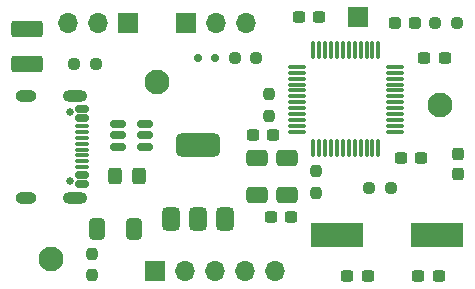
<source format=gts>
G04 #@! TF.GenerationSoftware,KiCad,Pcbnew,8.0.3-8.0.3-0~ubuntu22.04.1*
G04 #@! TF.CreationDate,2025-02-10T22:12:33+01:00*
G04 #@! TF.ProjectId,garland_controller,6761726c-616e-4645-9f63-6f6e74726f6c,0.1*
G04 #@! TF.SameCoordinates,Original*
G04 #@! TF.FileFunction,Soldermask,Top*
G04 #@! TF.FilePolarity,Negative*
%FSLAX46Y46*%
G04 Gerber Fmt 4.6, Leading zero omitted, Abs format (unit mm)*
G04 Created by KiCad (PCBNEW 8.0.3-8.0.3-0~ubuntu22.04.1) date 2025-02-10 22:12:33*
%MOMM*%
%LPD*%
G01*
G04 APERTURE LIST*
G04 Aperture macros list*
%AMRoundRect*
0 Rectangle with rounded corners*
0 $1 Rounding radius*
0 $2 $3 $4 $5 $6 $7 $8 $9 X,Y pos of 4 corners*
0 Add a 4 corners polygon primitive as box body*
4,1,4,$2,$3,$4,$5,$6,$7,$8,$9,$2,$3,0*
0 Add four circle primitives for the rounded corners*
1,1,$1+$1,$2,$3*
1,1,$1+$1,$4,$5*
1,1,$1+$1,$6,$7*
1,1,$1+$1,$8,$9*
0 Add four rect primitives between the rounded corners*
20,1,$1+$1,$2,$3,$4,$5,0*
20,1,$1+$1,$4,$5,$6,$7,0*
20,1,$1+$1,$6,$7,$8,$9,0*
20,1,$1+$1,$8,$9,$2,$3,0*%
G04 Aperture macros list end*
%ADD10RoundRect,0.237500X0.237500X-0.250000X0.237500X0.250000X-0.237500X0.250000X-0.237500X-0.250000X0*%
%ADD11R,1.700000X1.700000*%
%ADD12O,1.700000X1.700000*%
%ADD13RoundRect,0.237500X0.287500X0.237500X-0.287500X0.237500X-0.287500X-0.237500X0.287500X-0.237500X0*%
%ADD14RoundRect,0.237500X-0.300000X-0.237500X0.300000X-0.237500X0.300000X0.237500X-0.300000X0.237500X0*%
%ADD15RoundRect,0.250000X-0.650000X0.412500X-0.650000X-0.412500X0.650000X-0.412500X0.650000X0.412500X0*%
%ADD16C,2.100000*%
%ADD17RoundRect,0.250001X1.074999X-0.462499X1.074999X0.462499X-1.074999X0.462499X-1.074999X-0.462499X0*%
%ADD18RoundRect,0.237500X0.250000X0.237500X-0.250000X0.237500X-0.250000X-0.237500X0.250000X-0.237500X0*%
%ADD19RoundRect,0.237500X0.300000X0.237500X-0.300000X0.237500X-0.300000X-0.237500X0.300000X-0.237500X0*%
%ADD20RoundRect,0.150000X-0.512500X-0.150000X0.512500X-0.150000X0.512500X0.150000X-0.512500X0.150000X0*%
%ADD21RoundRect,0.237500X-0.250000X-0.237500X0.250000X-0.237500X0.250000X0.237500X-0.250000X0.237500X0*%
%ADD22RoundRect,0.237500X-0.237500X0.250000X-0.237500X-0.250000X0.237500X-0.250000X0.237500X0.250000X0*%
%ADD23RoundRect,0.375000X0.375000X-0.625000X0.375000X0.625000X-0.375000X0.625000X-0.375000X-0.625000X0*%
%ADD24RoundRect,0.500000X1.400000X-0.500000X1.400000X0.500000X-1.400000X0.500000X-1.400000X-0.500000X0*%
%ADD25RoundRect,0.237500X0.237500X-0.300000X0.237500X0.300000X-0.237500X0.300000X-0.237500X-0.300000X0*%
%ADD26RoundRect,0.075000X0.075000X-0.662500X0.075000X0.662500X-0.075000X0.662500X-0.075000X-0.662500X0*%
%ADD27RoundRect,0.075000X0.662500X-0.075000X0.662500X0.075000X-0.662500X0.075000X-0.662500X-0.075000X0*%
%ADD28RoundRect,0.250000X0.412500X0.650000X-0.412500X0.650000X-0.412500X-0.650000X0.412500X-0.650000X0*%
%ADD29C,0.650000*%
%ADD30RoundRect,0.150000X-0.425000X0.150000X-0.425000X-0.150000X0.425000X-0.150000X0.425000X0.150000X0*%
%ADD31RoundRect,0.075000X-0.500000X0.075000X-0.500000X-0.075000X0.500000X-0.075000X0.500000X0.075000X0*%
%ADD32O,2.100000X1.000000*%
%ADD33O,1.800000X1.000000*%
%ADD34R,4.500000X2.000000*%
%ADD35RoundRect,0.250000X-0.325000X-0.450000X0.325000X-0.450000X0.325000X0.450000X-0.325000X0.450000X0*%
%ADD36RoundRect,0.150000X-0.150000X-0.200000X0.150000X-0.200000X0.150000X0.200000X-0.150000X0.200000X0*%
G04 APERTURE END LIST*
D10*
X122500000Y-64912500D03*
X122500000Y-63087500D03*
D11*
X110540000Y-57000000D03*
D12*
X108000000Y-57000000D03*
X105460000Y-57000000D03*
D11*
X112840000Y-78000000D03*
D12*
X115380000Y-78000000D03*
X117920000Y-78000000D03*
X120460000Y-78000000D03*
X123000000Y-78000000D03*
D11*
X115460000Y-57000000D03*
D12*
X118000000Y-57000000D03*
X120540000Y-57000000D03*
D13*
X134875000Y-57000000D03*
X133125000Y-57000000D03*
D14*
X125000000Y-56500000D03*
X126725000Y-56500000D03*
D15*
X124000000Y-68437500D03*
X124000000Y-71562500D03*
D16*
X113000000Y-62000000D03*
D17*
X102000000Y-60487500D03*
X102000000Y-57512500D03*
D18*
X107825000Y-60500000D03*
X106000000Y-60500000D03*
D19*
X136862500Y-78500000D03*
X135137500Y-78500000D03*
D20*
X109725000Y-65600000D03*
X109725000Y-66550000D03*
X109725000Y-67500000D03*
X112000000Y-67500000D03*
X112000000Y-66550000D03*
X112000000Y-65600000D03*
D21*
X131000000Y-71000000D03*
X132825000Y-71000000D03*
D22*
X126500000Y-69587500D03*
X126500000Y-71412500D03*
D14*
X129137500Y-78500000D03*
X130862500Y-78500000D03*
D19*
X122862500Y-66500000D03*
X121137500Y-66500000D03*
X124362500Y-73500000D03*
X122637500Y-73500000D03*
D14*
X135637500Y-60000000D03*
X137362500Y-60000000D03*
D22*
X107500000Y-76587500D03*
X107500000Y-78412500D03*
D23*
X114200000Y-73650000D03*
X116500000Y-73650000D03*
D24*
X116500000Y-67350000D03*
D23*
X118800000Y-73650000D03*
D25*
X138500000Y-69862500D03*
X138500000Y-68137500D03*
D26*
X126250000Y-67662500D03*
X126750000Y-67662500D03*
X127250000Y-67662500D03*
X127750000Y-67662500D03*
X128250000Y-67662500D03*
X128750000Y-67662500D03*
X129250000Y-67662500D03*
X129750000Y-67662500D03*
X130250000Y-67662500D03*
X130750000Y-67662500D03*
X131250000Y-67662500D03*
X131750000Y-67662500D03*
D27*
X133162500Y-66250000D03*
X133162500Y-65750000D03*
X133162500Y-65250000D03*
X133162500Y-64750000D03*
X133162500Y-64250000D03*
X133162500Y-63750000D03*
X133162500Y-63250000D03*
X133162500Y-62750000D03*
X133162500Y-62250000D03*
X133162500Y-61750000D03*
X133162500Y-61250000D03*
X133162500Y-60750000D03*
D26*
X131750000Y-59337500D03*
X131250000Y-59337500D03*
X130750000Y-59337500D03*
X130250000Y-59337500D03*
X129750000Y-59337500D03*
X129250000Y-59337500D03*
X128750000Y-59337500D03*
X128250000Y-59337500D03*
X127750000Y-59337500D03*
X127250000Y-59337500D03*
X126750000Y-59337500D03*
X126250000Y-59337500D03*
D27*
X124837500Y-60750000D03*
X124837500Y-61250000D03*
X124837500Y-61750000D03*
X124837500Y-62250000D03*
X124837500Y-62750000D03*
X124837500Y-63250000D03*
X124837500Y-63750000D03*
X124837500Y-64250000D03*
X124837500Y-64750000D03*
X124837500Y-65250000D03*
X124837500Y-65750000D03*
X124837500Y-66250000D03*
D28*
X111062500Y-74500000D03*
X107937500Y-74500000D03*
D29*
X105605000Y-64610000D03*
X105605000Y-70390000D03*
D30*
X106680000Y-64300000D03*
X106680000Y-65100000D03*
D31*
X106680000Y-66250000D03*
X106680000Y-67250000D03*
X106680000Y-67750000D03*
X106680000Y-68750000D03*
D30*
X106680000Y-69900000D03*
X106680000Y-70700000D03*
X106680000Y-70700000D03*
X106680000Y-69900000D03*
D31*
X106680000Y-69250000D03*
X106680000Y-68250000D03*
X106680000Y-66750000D03*
X106680000Y-65750000D03*
D30*
X106680000Y-65100000D03*
X106680000Y-64300000D03*
D32*
X106105000Y-63180000D03*
D33*
X101925000Y-63180000D03*
D32*
X106105000Y-71820000D03*
D33*
X101925000Y-71820000D03*
D21*
X136587500Y-57000000D03*
X138412500Y-57000000D03*
D14*
X133637500Y-68500000D03*
X135362500Y-68500000D03*
D34*
X136750000Y-75000000D03*
X128250000Y-75000000D03*
D15*
X121500000Y-68437500D03*
X121500000Y-71562500D03*
D18*
X121412500Y-60000000D03*
X119587500Y-60000000D03*
D16*
X137000000Y-64000000D03*
D11*
X130000000Y-56500000D03*
D35*
X109475000Y-70000000D03*
X111525000Y-70000000D03*
D16*
X104000000Y-77000000D03*
D36*
X117900000Y-60000000D03*
X116500000Y-60000000D03*
M02*

</source>
